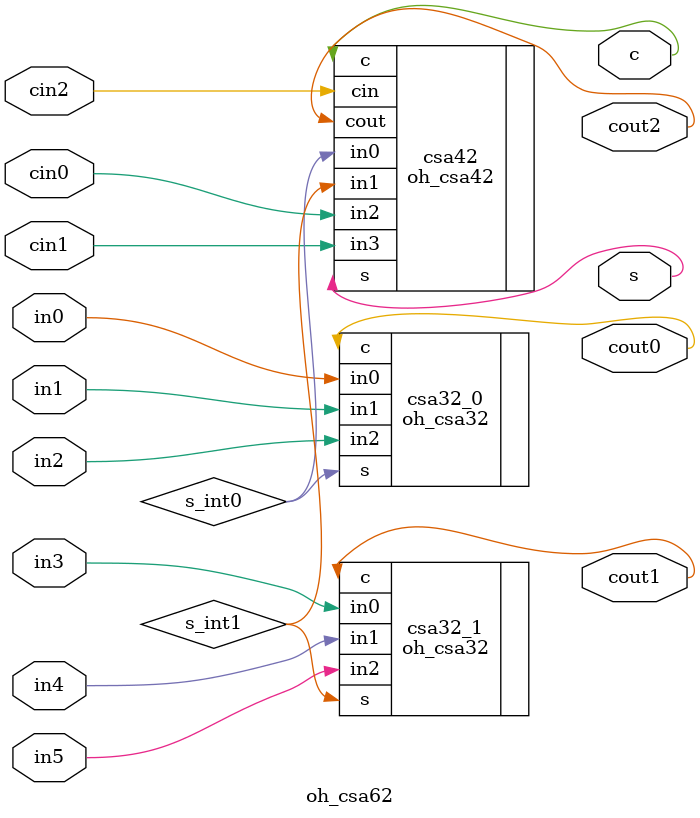
<source format=v>

module oh_csa62  #(parameter DW = 1 // data width
		   )
   ( input [DW-1:0]  in0, //input
     input [DW-1:0]  in1,//input
     input [DW-1:0]  in2,//input
     input [DW-1:0]  in3,//input
     input [DW-1:0]  in4,//input
     input [DW-1:0]  in5,//input
     input [DW-1:0]  cin0,//carry in
     input [DW-1:0]  cin1,//carry in
     input [DW-1:0]  cin2,//carry in
     output [DW-1:0] s, //sum 
     output [DW-1:0] c, //carry
     output [DW-1:0] cout0, //carry out
     output [DW-1:0] cout1, //carry out
     output [DW-1:0] cout2  //carry out
     );
      
   wire   [DW-1:0] s_int0;
   wire [DW-1:0]   s_int1;

   oh_csa32 #(.DW(DW)) csa32_0 (.in0(in0[DW-1:0]),
				.in1(in1[DW-1:0]),
				.in2(in2[DW-1:0]),
				.c(cout0[DW-1:0]),
				.s(s_int0[DW-1:0]));

   oh_csa32 #(.DW(DW)) csa32_1 (.in0(in3[DW-1:0]),
				.in1(in4[DW-1:0]),
				.in2(in5[DW-1:0]),
				.c(cout1[DW-1:0]),
				.s(s_int1[DW-1:0]));

   oh_csa42 #(.DW(DW)) csa42 (.in0(s_int0[DW-1:0]),
			      .in1(s_int1[DW-1:0]),
			      .in2(cin0[DW-1:0]),
			      .in3(cin1[DW-1:0]),
			      .cin(cin2[DW-1:0]),
			      .cout(cout2[DW-1:0]),
			      .c(c[DW-1:0]),
			      .s(s[DW-1:0]));

endmodule // oh_csa62


</source>
